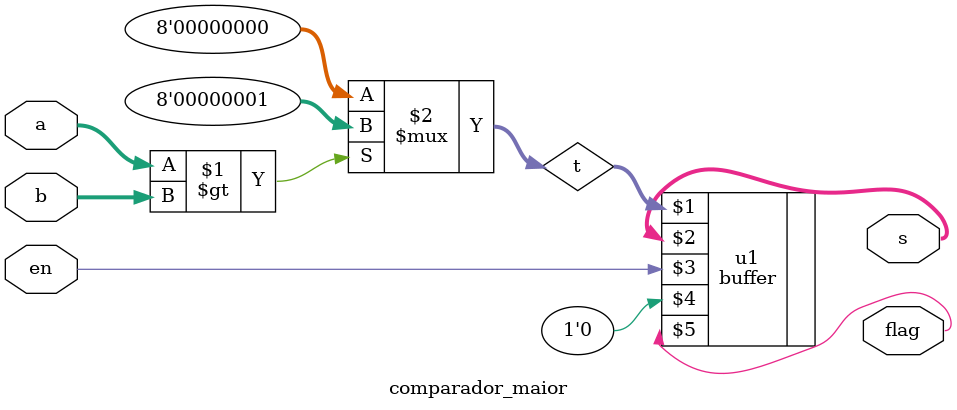
<source format=v>
module comparador_maior (a, b, s, en, flag);
    input [7:0] a, b;
    input en;
    output [7:0] s;
    wire [7:0] t;
    output flag;

    assign t = (a > b) ? 8'b00000001 : 8'b00000000;

    buffer u1(t, s, en, 1'b0, flag);
endmodule
</source>
